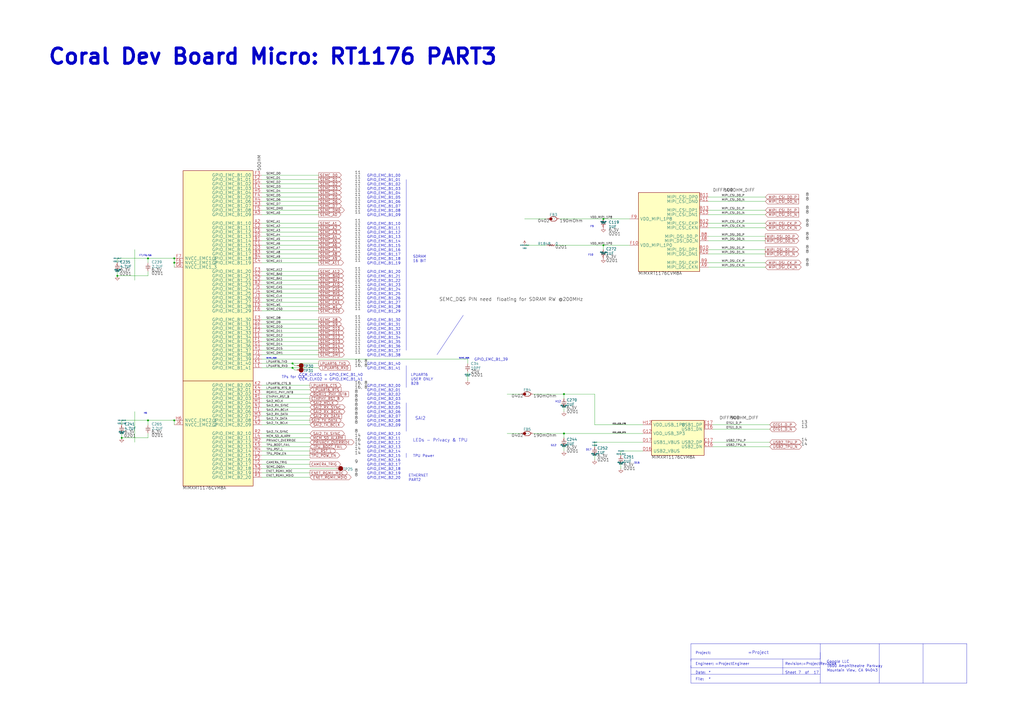
<source format=kicad_sch>
(kicad_sch (version 20230121) (generator eeschema)
  (paper "A2")
  (title_block (title "07 MIMXRT1170 PART3-SchDoc") (date "31 01 2024"))
  (junction (at 169.672 213.36))
  (junction (at 327.152 228.6))
  (junction (at 68.072 160.02))
  (junction (at 101.092 243.84))
  (junction (at 350.012 127))
  (junction (at 350.012 142.24))
  (junction (at 327.152 251.46))
  (junction (at 101.092 152.4))
  (junction (at 70.612 254))
  (junction (at 169.672 210.82))
  (junction (at 101.092 149.86))
  (junction (at 85.852 243.84))
  (junction (at 85.852 149.86))
  (wire (pts (xy 68.072 149.86) (xy 68.072 152.4)))
  (polyline (pts (xy 235.712 203.2) (xy 235.712 104.14)))
  (polyline (pts (xy 475.742 382.27) (xy 400.812 382.27)))
  (wire (pts (xy 271.272 215.9) (xy 271.272 220.726)))
  (wire (pts (xy 410.972 137.16) (xy 443.992 137.16)))
  (wire (pts (xy 151.892 162.56) (xy 184.912 162.56)))
  (polyline (pts (xy 235.712 224.79) (xy 235.712 212.09)))
  (wire (pts (xy 101.092 243.84) (xy 85.852 243.84)))
  (wire (pts (xy 78.232 144.78) (xy 78.232 162.56)))
  (wire (pts (xy 151.892 210.82) (xy 169.672 210.82)))
  (polyline (pts (xy 400.812 391.16) (xy 475.742 391.16)))
  (wire (pts (xy 179.832 266.7) (xy 151.892 266.7)))
  (wire (pts (xy 101.092 154.94) (xy 101.092 152.4)))
  (wire (pts (xy 350.012 127) (xy 324.612 127)))
  (wire (pts (xy 410.972 132.08) (xy 443.992 132.08)))
  (wire (pts (xy 179.832 254) (xy 151.892 254)))
  (wire (pts (xy 151.892 144.78) (xy 184.912 144.78)))
  (wire (pts (xy 169.672 210.82) (xy 184.912 210.82)))
  (wire (pts (xy 68.072 160.02) (xy 85.852 160.02)))
  (wire (pts (xy 70.612 254) (xy 85.852 254)))
  (wire (pts (xy 151.892 213.36) (xy 169.672 213.36)))
  (wire (pts (xy 151.892 104.14) (xy 184.912 104.14)))
  (wire (pts (xy 151.892 160.02) (xy 184.912 160.02)))
  (polyline (pts (xy 475.742 391.16) (xy 475.742 387.35)))
  (wire (pts (xy 169.672 213.36) (xy 170.942 214.63)))
  (wire (pts (xy 179.832 238.76) (xy 151.892 238.76)))
  (wire (pts (xy 179.832 251.46) (xy 151.892 251.46)))
  (wire (pts (xy 151.892 157.48) (xy 184.912 157.48)))
  (wire (pts (xy 294.132 251.46) (xy 301.752 251.46)))
  (wire (pts (xy 68.072 157.48) (xy 68.072 160.02)))
  (wire (pts (xy 151.892 203.2) (xy 184.912 203.2)))
  (wire (pts (xy 151.892 205.74) (xy 184.912 205.74)))
  (wire (pts (xy 151.892 106.68) (xy 184.912 106.68)))
  (polyline (pts (xy 400.812 396.24) (xy 400.812 373.38)))
  (wire (pts (xy 151.892 180.34) (xy 184.912 180.34)))
  (wire (pts (xy 410.972 154.94) (xy 443.992 154.94)))
  (wire (pts (xy 151.892 137.16) (xy 184.912 137.16)))
  (wire (pts (xy 151.892 190.5) (xy 184.912 190.5)))
  (polyline (pts (xy 454.152 391.16) (xy 454.152 382.27)))
  (wire (pts (xy 151.892 101.6) (xy 184.912 101.6)))
  (wire (pts (xy 151.892 116.84) (xy 184.912 116.84)))
  (wire (pts (xy 327.152 228.6) (xy 309.372 228.6)))
  (wire (pts (xy 413.512 246.38) (xy 446.532 246.38)))
  (wire (pts (xy 179.832 264.16) (xy 151.892 264.16)))
  (wire (pts (xy 151.892 200.66) (xy 184.912 200.66)))
  (polyline (pts (xy 560.832 396.24) (xy 560.832 373.38)))
  (wire (pts (xy 151.892 132.08) (xy 184.912 132.08)))
  (wire (pts (xy 372.872 256.54) (xy 344.932 256.54)))
  (wire (pts (xy 151.892 193.04) (xy 184.912 193.04)))
  (wire (pts (xy 344.932 228.6) (xy 327.152 228.6)))
  (wire (pts (xy 151.892 124.46) (xy 184.912 124.46)))
  (polyline (pts (xy 475.742 396.24) (xy 475.742 391.16)))
  (wire (pts (xy 179.832 233.68) (xy 151.892 233.68)))
  (wire (pts (xy 101.092 149.86) (xy 85.852 149.86)))
  (wire (pts (xy 365.252 127) (xy 350.012 127)))
  (wire (pts (xy 410.972 152.4) (xy 443.992 152.4)))
  (wire (pts (xy 151.892 152.4) (xy 184.912 152.4)))
  (wire (pts (xy 344.932 246.38) (xy 344.932 228.6)))
  (polyline (pts (xy 400.812 387.35) (xy 400.812 386.08)))
  (wire (pts (xy 410.972 144.78) (xy 443.992 144.78)))
  (wire (pts (xy 170.942 214.63) (xy 172.212 214.63)))
  (polyline (pts (xy 400.812 382.27) (xy 400.812 383.54)))
  (wire (pts (xy 360.172 261.62) (xy 360.172 264.16)))
  (polyline (pts (xy 510.032 396.24) (xy 510.032 373.38)))
  (wire (pts (xy 151.892 208.28) (xy 271.272 208.28)))
  (polyline (pts (xy 475.742 378.46) (xy 475.742 387.35)))
  (wire (pts (xy 151.892 149.86) (xy 184.912 149.86)))
  (polyline (pts (xy 235.712 265.43) (xy 235.712 262.89)))
  (polyline (pts (xy 475.742 387.35) (xy 400.812 387.35)))
  (wire (pts (xy 360.172 269.24) (xy 360.172 271.78)))
  (wire (pts (xy 410.972 147.32) (xy 443.992 147.32)))
  (wire (pts (xy 327.152 259.08) (xy 327.152 261.62)))
  (wire (pts (xy 151.892 276.86) (xy 179.832 276.86)))
  (wire (pts (xy 410.972 121.92) (xy 443.992 121.92)))
  (polyline (pts (xy 235.712 250.19) (xy 235.712 233.68)))
  (wire (pts (xy 151.892 187.96) (xy 184.912 187.96)))
  (wire (pts (xy 410.972 116.84) (xy 443.992 116.84)))
  (wire (pts (xy 151.892 111.76) (xy 184.912 111.76)))
  (wire (pts (xy 179.832 241.3) (xy 151.892 241.3)))
  (wire (pts (xy 350.012 144.78) (xy 350.012 142.24)))
  (wire (pts (xy 316.992 127) (xy 304.292 127)))
  (wire (pts (xy 350.012 142.24) (xy 322.072 142.24)))
  (wire (pts (xy 327.152 251.46) (xy 327.152 254)))
  (wire (pts (xy 413.512 248.92) (xy 446.532 248.92)))
  (wire (pts (xy 85.852 149.86) (xy 68.072 149.86)))
  (wire (pts (xy 179.832 269.24) (xy 151.892 269.24)))
  (wire (pts (xy 413.512 259.08) (xy 446.532 259.08)))
  (wire (pts (xy 151.892 147.32) (xy 184.912 147.32)))
  (wire (pts (xy 410.972 139.7) (xy 443.992 139.7)))
  (wire (pts (xy 151.892 109.22) (xy 184.912 109.22)))
  (wire (pts (xy 301.752 228.6) (xy 294.132 228.6)))
  (wire (pts (xy 327.152 236.22) (xy 327.152 238.76)))
  (wire (pts (xy 169.672 213.36) (xy 184.912 213.36)))
  (wire (pts (xy 410.972 129.54) (xy 443.992 129.54)))
  (wire (pts (xy 151.892 198.12) (xy 184.912 198.12)))
  (wire (pts (xy 151.892 185.42) (xy 184.912 185.42)))
  (wire (pts (xy 179.832 243.84) (xy 151.892 243.84)))
  (wire (pts (xy 85.852 243.84) (xy 85.852 246.38)))
  (wire (pts (xy 170.942 212.09) (xy 172.212 212.09)))
  (polyline (pts (xy 268.732 182.88) (xy 253.492 205.74)))
  (wire (pts (xy 151.892 271.78) (xy 195.072 271.78)))
  (wire (pts (xy 271.272 208.28) (xy 271.272 210.82)))
  (wire (pts (xy 151.892 195.58) (xy 184.912 195.58)))
  (wire (pts (xy 151.892 114.3) (xy 184.912 114.3)))
  (wire (pts (xy 151.892 226.06) (xy 179.832 226.06)))
  (wire (pts (xy 101.092 246.38) (xy 101.092 243.84)))
  (wire (pts (xy 169.672 210.82) (xy 170.942 212.09)))
  (wire (pts (xy 372.872 261.62) (xy 360.172 261.62)))
  (wire (pts (xy 151.892 175.26) (xy 184.912 175.26)))
  (wire (pts (xy 316.992 142.24) (xy 304.292 142.24)))
  (wire (pts (xy 372.872 251.46) (xy 327.152 251.46)))
  (wire (pts (xy 151.892 274.32) (xy 179.832 274.32)))
  (wire (pts (xy 70.612 243.84) (xy 70.612 246.38)))
  (wire (pts (xy 410.972 114.3) (xy 443.992 114.3)))
  (wire (pts (xy 179.832 236.22) (xy 151.892 236.22)))
  (wire (pts (xy 151.892 165.1) (xy 184.912 165.1)))
  (wire (pts (xy 151.892 119.38) (xy 184.912 119.38)))
  (wire (pts (xy 101.092 152.4) (xy 101.092 149.86)))
  (wire (pts (xy 344.932 264.16) (xy 344.932 266.7)))
  (wire (pts (xy 78.232 238.76) (xy 78.232 256.54)))
  (wire (pts (xy 151.892 177.8) (xy 184.912 177.8)))
  (wire (pts (xy 365.252 142.24) (xy 350.012 142.24)))
  (wire (pts (xy 70.612 251.46) (xy 70.612 254)))
  (wire (pts (xy 410.972 124.46) (xy 443.992 124.46)))
  (wire (pts (xy 151.892 134.62) (xy 184.912 134.62)))
  (wire (pts (xy 151.892 172.72) (xy 184.912 172.72)))
  (wire (pts (xy 151.892 129.54) (xy 184.912 129.54)))
  (wire (pts (xy 179.832 228.6) (xy 151.892 228.6)))
  (polyline (pts (xy 400.812 396.24) (xy 560.832 396.24)))
  (wire (pts (xy 179.832 231.14) (xy 151.892 231.14)))
  (wire (pts (xy 151.892 223.52) (xy 179.832 223.52)))
  (wire (pts (xy 179.832 259.08) (xy 151.892 259.08)))
  (wire (pts (xy 344.932 256.54) (xy 344.932 259.08)))
  (wire (pts (xy 372.872 246.38) (xy 344.932 246.38)))
  (wire (pts (xy 327.152 251.46) (xy 309.372 251.46)))
  (wire (pts (xy 151.892 139.7) (xy 184.912 139.7)))
  (wire (pts (xy 151.892 142.24) (xy 184.912 142.24)))
  (polyline (pts (xy 475.742 373.38) (xy 475.742 382.27)))
  (wire (pts (xy 151.892 167.64) (xy 184.912 167.64)))
  (wire (pts (xy 179.832 246.38) (xy 151.892 246.38)))
  (wire (pts (xy 85.852 243.84) (xy 70.612 243.84)))
  (wire (pts (xy 151.892 121.92) (xy 184.912 121.92)))
  (wire (pts (xy 85.852 149.86) (xy 85.852 152.4)))
  (polyline (pts (xy 400.812 373.38) (xy 560.832 373.38)))
  (wire (pts (xy 85.852 160.02) (xy 85.852 157.48)))
  (wire (pts (xy 413.512 256.54) (xy 446.532 256.54)))
  (wire (pts (xy 85.852 254) (xy 85.852 251.46)))
  (wire (pts (xy 327.152 228.6) (xy 327.152 231.14)))
  (wire (pts (xy 179.832 261.62) (xy 151.892 261.62)))
  (wire (pts (xy 151.892 170.18) (xy 184.912 170.18)))
  (wire (pts (xy 179.832 256.54) (xy 151.892 256.54)))
  (polyline (pts (xy 535.432 396.24) (xy 535.432 373.38)))
  (text "GPIO_EMC_B2_19" (at 212.852 275.59 0) (effects (font (size 1.524 1.524)) (justify left bottom)))
  (text "GPIO_EMC_B1_01" (at 212.852 105.41 0) (effects (font (size 1.524 1.524)) (justify left bottom)))
  (text "GPIO_EMC_B2_16" (at 212.852 267.97 0) (effects (font (size 1.524 1.524)) (justify left bottom)))
  (text "GPIO_EMC_B2_13" (at 212.852 260.35 0) (effects (font (size 1.524 1.524)) (justify left bottom)))
  (text "GPIO_EMC_B1_17" (at 212.852 148.59 0) (effects (font (size 1.524 1.524)) (justify left bottom)))
  (text "GPIO_EMC_B2_14" (at 212.852 262.89 0) (effects (font (size 1.524 1.524)) (justify left bottom)))
  (text "GPIO_EMC_B1_18" (at 212.852 151.13 0) (effects (font (size 1.524 1.524)) (justify left bottom)))
  (text "=ProjectRevision" (at 465.582 386.08 0) (effects (font (size 1.524 1.524)) (justify left bottom)))
  (text "*" (at 410.972 394.97 0) (effects (font (size 1.524 1.524)) (justify left bottom)))
  (text "GPIO_EMC_B1_08" (at 212.852 123.19 0) (effects (font (size 1.524 1.524)) (justify left bottom)))
  (text "GPIO_EMC_B1_16" (at 212.852 146.05 0) (effects (font (size 1.524 1.524)) (justify left bottom)))
  (text "B2B" (at 238.252 223.52 0) (effects (font (size 1.524 1.524)) (justify left bottom)))
  (text "LEDs - Privacy & TPU" (at 239.522 256.54 0) (effects (font (size 1.8288 1.8288)) (justify left bottom)))
  (text "GPIO_EMC_B1_20" (at 212.852 158.75 0) (effects (font (size 1.524 1.524)) (justify left bottom)))
  (text "GPIO_EMC_B1_36" (at 212.852 201.93 0) (effects (font (size 1.524 1.524)) (justify left bottom)))
  (text "GPIO_EMC_B1_38" (at 212.852 207.01 0) (effects (font (size 1.524 1.524)) (justify left bottom)))
  (text "GPIO_EMC_B1_14" (at 212.852 140.97 0) (effects (font (size 1.524 1.524)) (justify left bottom)))
  (text "GPIO_EMC_B1_21" (at 212.852 161.29 0) (effects (font (size 1.524 1.524)) (justify left bottom)))
  (text "GPIO_EMC_B2_05" (at 212.852 237.49 0) (effects (font (size 1.524 1.524)) (justify left bottom)))
  (text "GPIO_EMC_B1_35" (at 212.852 199.39 0) (effects (font (size 1.524 1.524)) (justify left bottom)))
  (text "1600 Amphitheatre Parkway" (at 479.552 387.35 0) (effects (font (size 1.524 1.524)) (justify left bottom)))
  (text "GPIO_EMC_B2_00" (at 212.852 224.79 0) (effects (font (size 1.524 1.524)) (justify left bottom)))
  (text "GPIO_EMC_B2_17" (at 212.852 270.51 0) (effects (font (size 1.524 1.524)) (justify left bottom)))
  (text "GPIO_EMC_B1_39" (at 275.082 209.55 0) (effects (font (size 1.524 1.524)) (justify left bottom)))
  (text "GPIO_EMC_B1_34" (at 212.852 196.85 0) (effects (font (size 1.524 1.524)) (justify left bottom)))
  (text "GPIO_EMC_B2_20" (at 212.852 278.13 0) (effects (font (size 1.524 1.524)) (justify left bottom)))
  (text "Revision:" (at 455.422 386.08 0) (effects (font (size 1.524 1.524)) (justify left bottom)))
  (text "D16" (at 367.792 269.24 0) (effects (font (size 1.0668 1.0668)) (justify left bottom)))
  (text "GPIO_EMC_B1_10" (at 212.852 130.81 0) (effects (font (size 1.524 1.524)) (justify left bottom)))
  (text "GPIO_EMC_B1_23" (at 212.852 166.37 0) (effects (font (size 1.524 1.524)) (justify left bottom)))
  (text "16 BIT" (at 239.522 152.4 0) (effects (font (size 1.524 1.524)) (justify left bottom)))
  (text "CCM_CLKO2 = GPIO_EMC_B1_41" (at 173.482 220.98 0) (effects (font (size 1.524 1.524)) (justify left bottom)))
  (text "GPIO_EMC_B2_04" (at 212.852 234.95 0) (effects (font (size 1.524 1.524)) (justify left bottom)))
  (text "Date:" (at 403.352 391.16 0) (effects (font (size 1.524 1.524)) (justify left bottom)))
  (text "SAI2" (at 240.792 243.84 0) (effects (font (size 1.8288 1.8288)) (justify left bottom)))
  (text "GPIO_EMC_B2_18" (at 212.852 273.05 0) (effects (font (size 1.524 1.524)) (justify left bottom)))
  (text "GPIO_EMC_B1_03" (at 212.852 110.49 0) (effects (font (size 1.524 1.524)) (justify left bottom)))
  (text "17" (at 471.932 391.16 0) (effects (font (size 1.524 1.524)) (justify left bottom)))
  (text "GPIO_EMC_B1_24" (at 212.852 168.91 0) (effects (font (size 1.524 1.524)) (justify left bottom)))
  (text "GPIO_EMC_B1_05" (at 212.852 115.57 0) (effects (font (size 1.524 1.524)) (justify left bottom)))
  (text "GPIO_EMC_B1_06" (at 212.852 118.11 0) (effects (font (size 1.524 1.524)) (justify left bottom)))
  (text "SEMC_DQS" (at 154.432 208.28 0) (effects (font (size 0.762 0.762)) (justify left bottom)))
  (text "Google LLC" (at 479.552 384.81 0) (effects (font (size 1.524 1.524)) (justify left bottom)))
  (text "H6" (at 83.312 240.284 0) (effects (font (size 0.9144 0.9144)) (justify left bottom)))
  (text "GPIO_EMC_B1_12" (at 212.852 135.89 0) (effects (font (size 1.524 1.524)) (justify left bottom)))
  (text "GPIO_EMC_B2_11" (at 212.852 255.27 0) (effects (font (size 1.524 1.524)) (justify left bottom)))
  (text "Project:" (at 403.352 379.73 0) (effects (font (size 1.524 1.524)) (justify left bottom)))
  (text "ETHERNET" (at 236.982 276.86 0) (effects (font (size 1.524 1.524)) (justify left bottom)))
  (text "GPIO_EMC_B2_06" (at 212.852 240.03 0) (effects (font (size 1.524 1.524)) (justify left bottom)))
  (text "GPIO_EMC_B2_03" (at 212.852 232.41 0) (effects (font (size 1.524 1.524)) (justify left bottom)))
  (text "GPIO_EMC_B1_13" (at 212.852 138.43 0) (effects (font (size 1.524 1.524)) (justify left bottom)))
  (text "GPIO_EMC_B1_07" (at 212.852 120.65 0) (effects (font (size 1.524 1.524)) (justify left bottom)))
  (text "SEMC_DQS" (at 266.192 208.28 0) (effects (font (size 0.762 0.762)) (justify left bottom)))
  (text "H12" (at 322.072 233.68 0) (effects (font (size 1.0668 1.0668)) (justify left bottom)))
  (text "GPIO_EMC_B1_27" (at 212.852 176.53 0) (effects (font (size 1.524 1.524)) (justify left bottom)))
  (text "SDRAM" (at 239.522 149.86 0) (effects (font (size 1.524 1.524)) (justify left bottom)))
  (text "F7/F6/G6" (at 80.772 148.844 0) (effects (font (size 0.9144 0.9144)) (justify left bottom)))
  (text "GPIO_EMC_B1_31" (at 212.852 189.23 0) (effects (font (size 1.524 1.524)) (justify left bottom)))
  (text "Engineer:" (at 403.352 386.08 0) (effects (font (size 1.524 1.524)) (justify left bottom)))
  (text "GPIO_EMC_B2_15" (at 212.852 265.43 0) (effects (font (size 1.524 1.524)) (justify left bottom)))
  (text "GPIO_EMC_B2_02" (at 212.852 229.87 0) (effects (font (size 1.524 1.524)) (justify left bottom)))
  (text "GPIO_EMC_B2_10" (at 212.852 252.73 0) (effects (font (size 1.524 1.524)) (justify left bottom)))
  (text "TPs for CLK" (at 163.322 219.71 0) (effects (font (size 1.524 1.524)) (justify left bottom)))
  (text "D17" (at 339.852 261.62 0) (effects (font (size 1.0668 1.0668)) (justify left bottom)))
  (text "GPIO_EMC_B1_32" (at 212.852 191.77 0) (effects (font (size 1.524 1.524)) (justify left bottom)))
  (text "GPIO_EMC_B1_26" (at 212.852 173.99 0) (effects (font (size 1.524 1.524)) (justify left bottom)))
  (text "LPUART6" (at 238.252 218.44 0) (effects (font (size 1.524 1.524)) (justify left bottom)))
  (text "GPIO_EMC_B1_25" (at 212.852 171.45 0) (effects (font (size 1.524 1.524)) (justify left bottom)))
  (text "GPIO_EMC_B1_04" (at 212.852 113.03 0) (effects (font (size 1.524 1.524)) (justify left bottom)))
  (text "G12" (at 319.532 259.08 0) (effects (font (size 1.0668 1.0668)) (justify left bottom)))
  (text "*" (at 410.972 391.16 0) (effects (font (size 1.524 1.524)) (justify left bottom)))
  (text "TPU Power" (at 239.522 265.43 0) (effects (font (size 1.524 1.524)) (justify left bottom)))
  (text "GPIO_EMC_B1_33" (at 212.852 194.31 0) (effects (font (size 1.524 1.524)) (justify left bottom)))
  (text "GPIO_EMC_B1_19" (at 212.852 153.67 0) (effects (font (size 1.524 1.524)) (justify left bottom)))
  (text "F10" (at 341.122 148.59 0) (effects (font (size 1.0668 1.0668)) (justify left bottom)))
  (text "Mountain View, CA 94043" (at 479.552 389.89 0) (effects (font (size 1.524 1.524)) (justify left bottom)))
  (text "GPIO_EMC_B2_07" (at 212.852 242.57 0) (effects (font (size 1.524 1.524)) (justify left bottom)))
  (text "=ProjectEngineer" (at 414.782 386.08 0) (effects (font (size 1.524 1.524)) (justify left bottom)))
  (text "GPIO_EMC_B1_11" (at 212.852 133.35 0) (effects (font (size 1.524 1.524)) (justify left bottom)))
  (text "GPIO_EMC_B2_12" (at 212.852 257.81 0) (effects (font (size 1.524 1.524)) (justify left bottom)))
  (text "CCM_CLKO1 = GPIO_EMC_B1_40" (at 173.482 218.44 0) (effects (font (size 1.524 1.524)) (justify left bottom)))
  (text "GPIO_EMC_B1_37" (at 212.852 204.47 0) (effects (font (size 1.524 1.524)) (justify left bottom)))
  (text "GPIO_EMC_B1_28" (at 212.852 179.07 0) (effects (font (size 1.524 1.524)) (justify left bottom)))
  (text "GPIO_EMC_B1_02" (at 212.852 107.95 0) (effects (font (size 1.524 1.524)) (justify left bottom)))
  (text "GPIO_EMC_B1_30" (at 212.852 186.69 0) (effects (font (size 1.524 1.524)) (justify left bottom)))
  (text "GPIO_EMC_B2_08" (at 212.852 245.11 0) (effects (font (size 1.524 1.524)) (justify left bottom)))
  (text "GPIO_EMC_B1_09" (at 212.852 125.73 0) (effects (font (size 1.524 1.524)) (justify left bottom)))
  (text "GPIO_EMC_B1_29" (at 212.852 181.61 0) (effects (font (size 1.524 1.524)) (justify left bottom)))
  (text "GPIO_EMC_B1_15" (at 212.852 143.51 0) (effects (font (size 1.524 1.524)) (justify left bottom)))
  (text "File:" (at 403.352 394.97 0) (effects (font (size 1.524 1.524)) (justify left bottom)))
  (text "USER ONLY" (at 238.252 220.98 0) (effects (font (size 1.524 1.524)) (justify left bottom)))
  (text "GPIO_EMC_B2_01" (at 212.852 227.33 0) (effects (font (size 1.524 1.524)) (justify left bottom)))
  (text "GPIO_EMC_B1_41" (at 212.852 214.63 0) (effects (font (size 1.524 1.524)) (justify left bottom)))
  (text "of" (at 466.852 391.16 0) (effects (font (size 1.524 1.524)) (justify left bottom)))
  (text "GPIO_EMC_B1_00" (at 212.852 102.87 0) (effects (font (size 1.524 1.524)) (justify left bottom)))
  (text "Sheet" (at 455.422 391.16 0) (effects (font (size 1.524 1.524)) (justify left bottom)))
  (text "GPIO_EMC_B2_09" (at 212.852 247.65 0) (effects (font (size 1.524 1.524)) (justify left bottom)))
  (text "7" (at 463.042 391.16 0) (effects (font (size 1.524 1.524)) (justify left bottom)))
  (text "GPIO_EMC_B1_40" (at 212.852 212.09 0) (effects (font (size 1.524 1.524)) (justify left bottom)))
  (text "F9" (at 342.392 132.08 0) (effects (font (size 1.0668 1.0668)) (justify left bottom)))
  (text "Coral Dev Board Micro: RT1176 PART3" (at 27.432 38.1 0) (effects (font (size 8.8392 8.8392) (thickness 1.7678) bold) (justify left bottom)))
  (text "PART2" (at 236.982 279.4 0) (effects (font (size 1.524 1.524)) (justify left bottom)))
  (text "=Project" (at 433.832 379.73 0) (effects (font (size 1.8288 1.8288)) (justify left bottom)))
  (text "GPIO_EMC_B1_22" (at 212.852 163.83 0) (effects (font (size 1.524 1.524)) (justify left bottom)))
  (label "SEMC_BA1" (at 154.432 162.56 0) (effects (font (size 1.2192 1.2192))))
  (label "SAI2_TX_BCLK" (at 154.432 246.38 0) (effects (font (size 1.2192 1.2192))))
  (label "0402" (at 296.672 231.14 0) (effects (font (size 1.778 1.778))))
  (label "8" (at 467.36 114.3 0) (effects (font (size 1.778 1.778))))
  (label "DIFFPAIR" (at 413.512 111.76 0) (effects (font (size 1.778 1.778))))
  (label "11" (at 205.74 195.58 0) (effects (font (size 1.778 1.778))))
  (label "16, 8" (at 205.74 226.06 0) (effects (font (size 1.778 1.778))))
  (label "11" (at 205.74 185.42 0) (effects (font (size 1.778 1.778))))
  (label "0201" (at 328.676 240.284 0) (effects (font (size 1.778 1.778))))
  (label "SEMC_CKE" (at 154.432 175.26 0) (effects (font (size 1.2192 1.2192))))
  (label "11" (at 205.74 119.38 0) (effects (font (size 1.778 1.778))))
  (label "0402" (at 311.912 129.54 0) (effects (font (size 1.778 1.778))))
  (label "ENET_RGMII_MDC" (at 154.432 274.32 0) (effects (font (size 1.2192 1.2192))))
  (label "SEMC_D9" (at 154.432 187.96 0) (effects (font (size 1.2192 1.2192))))
  (label "SEMC_D3" (at 154.432 109.22 0) (effects (font (size 1.2192 1.2192))))
  (label "190mOhm" (at 309.372 231.14 0) (effects (font (size 1.778 1.778))))
  (label "6.3V" (at 328.676 237.998 0) (effects (font (size 1.778 1.778))))
  (label "11" (at 205.74 180.34 0) (effects (font (size 1.778 1.778))))
  (label "SEMC_D12" (at 154.432 195.58 0) (effects (font (size 1.2192 1.2192))))
  (label "8" (at 467.36 152.4 0) (effects (font (size 1.778 1.778))))
  (label "14" (at 464.82 259.08 0) (effects (font (size 1.778 1.778))))
  (label "LPUART6_CTS_B" (at 154.432 223.52 0) (effects (font (size 1.2192 1.2192))))
  (label "50OHM" (at 151.892 99.06 90) (effects (font (size 1.778 1.778))))
  (label "SEMC_D10" (at 154.432 190.5 0) (effects (font (size 1.2192 1.2192))))
  (label "SAI2_TX_DATA" (at 154.432 243.84 0) (effects (font (size 1.2192 1.2192))))
  (label "SEMC_DM1" (at 154.432 205.74 0) (effects (font (size 1.2192 1.2192))))
  (label "6.3V" (at 346.456 265.938 0) (effects (font (size 1.778 1.778))))
  (label "11" (at 205.74 165.1 0) (effects (font (size 1.778 1.778))))
  (label "11" (at 205.74 137.16 0) (effects (font (size 1.778 1.778))))
  (label "MCM_SD_ALARM" (at 154.432 254 0) (effects (font (size 1.2192 1.2192))))
  (label "MIPI_CSI_CK_N" (at 418.592 132.08 0) (effects (font (size 1.2192 1.2192))))
  (label "6.3V" (at 353.06 134.874 0) (effects (font (size 1.778 1.778))))
  (label "9" (at 205.74 269.24 0) (effects (font (size 1.778 1.778))))
  (label "11" (at 205.74 177.8 0) (effects (font (size 1.778 1.778))))
  (label "OTG1_D_P" (at 421.132 246.38 0) (effects (font (size 1.2192 1.2192))))
  (label "0201" (at 71.882 254.254 0) (effects (font (size 1.778 1.778))))
  (label "11" (at 205.74 147.32 0) (effects (font (size 1.778 1.778))))
  (label "0201" (at 328.676 263.144 0) (effects (font (size 1.778 1.778))))
  (label "SAI2_RX_BCLK" (at 154.432 238.76 0) (effects (font (size 1.2192 1.2192))))
  (label "8" (at 467.36 132.08 0) (effects (font (size 1.778 1.778))))
  (label "11" (at 205.74 175.26 0) (effects (font (size 1.778 1.778))))
  (label "11" (at 205.74 142.24 0) (effects (font (size 1.778 1.778))))
  (label "0402" (at 296.672 254 0) (effects (font (size 1.778 1.778))))
  (label "VDD_MIPI_1P8" (at 342.392 127 0) (effects (font (size 1.2192 1.2192))))
  (label "11" (at 205.74 111.76 0) (effects (font (size 1.778 1.778))))
  (label "11" (at 205.74 167.64 0) (effects (font (size 1.778 1.778))))
  (label "90OHM_DIFF" (at 423.672 243.84 0) (effects (font (size 1.778 1.778))))
  (label "8" (at 205.74 241.3 0) (effects (font (size 1.778 1.778))))
  (label "8" (at 205.74 246.38 0) (effects (font (size 1.778 1.778))))
  (label "6.3V" (at 72.136 251.968 0) (effects (font (size 1.778 1.778))))
  (label "14" (at 205.74 261.62 0) (effects (font (size 1.778 1.778))))
  (label "OTG1_D_N" (at 421.132 248.92 0) (effects (font (size 1.2192 1.2192))))
  (label "6.3V" (at 351.536 150.368 0) (effects (font (size 1.778 1.778))))
  (label "SEMC_RAS" (at 154.432 170.18 0) (effects (font (size 1.2192 1.2192))))
  (label "SEMC_WE" (at 154.432 177.8 0) (effects (font (size 1.2192 1.2192))))
  (label "SEMC_D7" (at 154.432 119.38 0) (effects (font (size 1.2192 1.2192))))
  (label "ETHPHY_RST_B" (at 154.432 231.14 0) (effects (font (size 1.2192 1.2192))))
  (label "8" (at 205.74 276.86 0) (effects (font (size 1.778 1.778))))
  (label "SEMC_D6" (at 154.432 116.84 0) (effects (font (size 1.2192 1.2192))))
  (label "TPU_RST_L" (at 154.432 261.62 0) (effects (font (size 1.2192 1.2192))))
  (label "0201" (at 346.456 268.224 0) (effects (font (size 1.778 1.778))))
  (label "11" (at 205.74 193.04 0) (effects (font (size 1.778 1.778))))
  (label "TPU_POW_EN" (at 154.432 264.16 0) (effects (font (size 1.2192 1.2192))))
  (label "MIMXRT1176CVM8A" (at 105.918 284.48 0) (effects (font (size 1.778 1.778))))
  (label "16, 8" (at 205.74 213.36 0) (effects (font (size 1.778 1.778))))
  (label "11" (at 205.74 198.12 0) (effects (font (size 1.778 1.778))))
  (label "MIPI_CSI_D0_N" (at 418.592 116.84 0) (effects (font (size 1.2192 1.2192))))
  (label "MIPI_CSI_D0_P" (at 418.592 114.3 0) (effects (font (size 1.2192 1.2192))))
  (label "11" (at 205.74 106.68 0) (effects (font (size 1.778 1.778))))
  (label "TPU_BOOT_FAIL" (at 154.432 259.08 0) (effects (font (size 1.2192 1.2192))))
  (label "25V" (at 273.05 216.916 0) (effects (font (size 1.778 1.778))))
  (label "MIPI_DSI_CK_P" (at 418.592 152.4 0) (effects (font (size 1.2192 1.2192))))
  (label "SEMC_D1" (at 154.432 104.14 0) (effects (font (size 1.2192 1.2192))))
  (label "SEMC_A7" (at 154.432 144.78 0) (effects (font (size 1.2192 1.2192))))
  (label "MIPI_CSI_CK_P" (at 418.592 129.54 0) (effects (font (size 1.2192 1.2192))))
  (label "8" (at 467.36 121.92 0) (effects (font (size 1.778 1.778))))
  (label "SEMC_D5" (at 154.432 114.3 0) (effects (font (size 1.2192 1.2192))))
  (label "0201" (at 353.06 137.16 0) (effects (font (size 1.778 1.778))))
  (label "6.3V" (at 328.676 260.858 0) (effects (font (size 1.778 1.778))))
  (label "MIPI_DSI_D1_P" (at 418.592 144.78 0) (effects (font (size 1.2192 1.2192))))
  (label "14" (at 464.82 256.54 0) (effects (font (size 1.778 1.778))))
  (label "14" (at 205.74 264.16 0) (effects (font (size 1.778 1.778))))
  (label "8" (at 467.36 116.84 0) (effects (font (size 1.778 1.778))))
  (label "11" (at 205.74 101.6 0) (effects (font (size 1.778 1.778))))
  (label "0201" (at 87.884 254 0) (effects (font (size 1.778 1.778))))
  (label "13" (at 464.82 246.38 0) (effects (font (size 1.778 1.778))))
  (label "SEMC_D15" (at 154.432 203.2 0) (effects (font (size 1.2192 1.2192))))
  (label "SEMC_A12" (at 154.432 157.48 0) (effects (font (size 1.2192 1.2192))))
  (label "MIPI_CSI_D1_N" (at 418.592 124.46 0) (effects (font (size 1.2192 1.2192))))
  (label "0201" (at 69.342 160.274 0) (effects (font (size 1.778 1.778))))
  (label "8" (at 467.36 154.94 0) (effects (font (size 1.778 1.778))))
  (label "MIPI_DSI_CK_N" (at 418.592 154.94 0) (effects (font (size 1.2192 1.2192))))
  (label "13" (at 464.82 248.92 0) (effects (font (size 1.778 1.778))))
  (label "11" (at 205.74 157.48 0) (effects (font (size 1.778 1.778))))
  (label "PRIVACY_OVERRIDE" (at 154.432 256.54 0) (effects (font (size 1.2192 1.2192))))
  (label "SAI2_TX_SYNC" (at 154.432 251.46 0) (effects (font (size 1.2192 1.2192))))
  (label "MIPI_DSI_D0_N" (at 418.592 139.7 0) (effects (font (size 1.2192 1.2192))))
  (label "11" (at 205.74 172.72 0) (effects (font (size 1.778 1.778))))
  (label "11" (at 205.74 203.2 0) (effects (font (size 1.778 1.778))))
  (label "SEMC_D2" (at 154.432 106.68 0) (effects (font (size 1.2192 1.2192))))
  (label "8" (at 205.74 228.6 0) (effects (font (size 1.778 1.778))))
  (label "11" (at 205.74 190.5 0) (effects (font (size 1.778 1.778))))
  (label "USB2_TPU_N" (at 421.132 259.08 0) (effects (font (size 1.2192 1.2192))))
  (label "11" (at 205.74 152.4 0) (effects (font (size 1.778 1.778))))
  (label "8" (at 205.74 233.68 0) (effects (font (size 1.778 1.778))))
  (label "8" (at 467.36 137.16 0) (effects (font (size 1.778 1.778))))
  (label "SEMC_D11" (at 154.432 193.04 0) (effects (font (size 1.2192 1.2192))))
  (label "MIPI_CSI_D1_P" (at 418.592 121.92 0) (effects (font (size 1.2192 1.2192))))
  (label "SEMC_A8" (at 154.432 147.32 0) (effects (font (size 1.2192 1.2192))))
  (label "SEMC_A4" (at 154.432 137.16 0) (effects (font (size 1.2192 1.2192))))
  (label "11" (at 205.74 124.46 0) (effects (font (size 1.778 1.778))))
  (label "MIPI_DSI_D1_N" (at 418.592 147.32 0) (effects (font (size 1.2192 1.2192))))
  (label "16, 8" (at 205.74 210.82 0) (effects (font (size 1.778 1.778))))
  (label "SEMC_D0" (at 154.432 101.6 0) (effects (font (size 1.2192 1.2192))))
  (label "LPUART6_TXD" (at 154.432 210.82 0) (effects (font (size 1.2192 1.2192))))
  (label "DIFFPAIR" (at 417.322 243.84 0) (effects (font (size 1.778 1.778))))
  (label "SEMC_D13" (at 154.432 198.12 0) (effects (font (size 1.2192 1.2192))))
  (label "8" (at 467.36 124.46 0) (effects (font (size 1.778 1.778))))
  (label "11" (at 205.74 134.62 0) (effects (font (size 1.778 1.778))))
  (label "VDD_USB_3P3" (at 355.092 251.46 0) (effects (font (size 0.762 0.762))))
  (label "6.3V" (at 361.696 271.018 0) (effects (font (size 1.778 1.778))))
  (label "11" (at 205.74 116.84 0) (effects (font (size 1.778 1.778))))
  (label "SEMC_A5" (at 154.432 139.7 0) (effects (font (size 1.2192 1.2192))))
  (label "USB2_TPU_P" (at 421.132 256.54 0) (effects (font (size 1.2192 1.2192))))
  (label "SEMC_A6" (at 154.432 142.24 0) (effects (font (size 1.2192 1.2192))))
  (label "8" (at 467.36 147.32 0) (effects (font (size 1.778 1.778))))
  (label "8" (at 205.74 231.14 0) (effects (font (size 1.778 1.778))))
  (label "11" (at 205.74 205.74 0) (effects (font (size 1.778 1.778))))
  (label "8" (at 205.74 236.22 0) (effects (font (size 1.778 1.778))))
  (label "SEMC_D14" (at 154.432 200.66 0) (effects (font (size 1.2192 1.2192))))
  (label "SEMC_CLK" (at 154.432 172.72 0) (effects (font (size 1.2192 1.2192))))
  (label "0201" (at 351.536 152.654 0) (effects (font (size 1.778 1.778))))
  (label "8" (at 205.74 238.76 0) (effects (font (size 1.778 1.778))))
  (label "14" (at 205.74 259.08 0) (effects (font (size 1.778 1.778))))
  (label "SEMC_A11" (at 154.432 152.4 0) (effects (font (size 1.2192 1.2192))))
  (label "MIMXRT1176CVM8A" (at 370.332 160.02 0) (effects (font (size 1.778 1.778))))
  (label "8" (at 205.74 251.46 0) (effects (font (size 1.778 1.778))))
  (label "MIMXRT1176CVM8A" (at 377.952 266.7 0) (effects (font (size 1.778 1.778))))
  (label "SEMC_D8" (at 154.432 185.42 0) (effects (font (size 1.2192 1.2192))))
  (label "14" (at 205.74 254 0) (effects (font (size 1.778 1.778))))
  (label "SAI2_RX_SYNC" (at 154.432 236.22 0) (effects (font (size 1.2192 1.2192))))
  (label "LPUART6_RXD" (at 154.432 213.36 0) (effects (font (size 1.2192 1.2192))))
  (label "11" (at 205.74 132.08 0) (effects (font (size 1.778 1.778))))
  (label "SEMC_A9" (at 154.432 149.86 0) (effects (font (size 1.2192 1.2192))))
  (label "SEMC_A2" (at 154.432 132.08 0) (effects (font (size 1.2192 1.2192))))
  (label "SEMC_BA0" (at 154.432 160.02 0) (effects (font (size 1.2192 1.2192))))
  (label "CAMERA_TRIG" (at 154.432 269.24 0) (effects (font (size 1.2192 1.2192))))
  (label "11" (at 205.74 162.56 0) (effects (font (size 1.778 1.778))))
  (label "SEMC_DM0" (at 154.432 121.92 0) (effects (font (size 1.2192 1.2192))))
  (label "RGMII1_PHY_INTB" (at 154.432 228.6 0) (effects (font (size 1.2192 1.2192))))
  (label "11" (at 205.74 121.92 0) (effects (font (size 1.778 1.778))))
  (label "SEMC_D4" (at 154.432 111.76 0) (effects (font (size 1.2192 1.2192))))
  (label "16, 8" (at 205.74 223.52 0) (effects (font (size 1.778 1.778))))
  (label "190mOhm" (at 324.612 129.54 0) (effects (font (size 1.778 1.778))))
  (label "0201" (at 273.304 218.948 0) (effects (font (size 1.778 1.778))))
  (label "SEMC_CS0" (at 154.432 180.34 0) (effects (font (size 1.2192 1.2192))))
  (label "16" (at 205.74 256.54 0) (effects (font (size 1.778 1.778))))
  (label "VDD_USB_1P8" (at 355.092 246.38 0) (effects (font (size 0.762 0.762))))
  (label "11" (at 205.74 114.3 0) (effects (font (size 1.778 1.778))))
  (label "11" (at 205.74 160.02 0) (effects (font (size 1.778 1.778))))
  (label "ENET_RGMII_MDIO" (at 154.432 276.86 0) (effects (font (size 1.2192 1.2192))))
  (label "11" (at 205.74 144.78 0) (effects (font (size 1.778 1.778))))
  (label "SEMC_CAS" (at 154.432 167.64 0) (effects (font (size 1.2192 1.2192))))
  (label "SAI2_MCLK" (at 154.432 233.68 0) (effects (font (size 1.2192 1.2192))))
  (label "11" (at 205.74 139.7 0) (effects (font (size 1.778 1.778))))
  (label "0201" (at 322.072 144.78 0) (effects (font (size 1.778 1.778))))
  (label "11" (at 205.74 109.22 0) (effects (font (size 1.778 1.778))))
  (label "8" (at 467.36 144.78 0) (effects (font (size 1.778 1.778))))
  (label "SEMC_DQS PIN need  floating for SDRAM RW @200MHz" (at 254.762 175.26 0) (effects (font (size 1.9812 1.9812))))
  (label "SEMC_A3" (at 154.432 134.62 0) (effects (font (size 1.2192 1.2192))))
  (label "11" (at 205.74 104.14 0) (effects (font (size 1.778 1.778))))
  (label "8" (at 205.74 243.84 0) (effects (font (size 1.778 1.778))))
  (label "SEMC_A10" (at 154.432 165.1 0) (effects (font (size 1.2192 1.2192))))
  (label "0201" (at 361.696 273.304 0) (effects (font (size 1.778 1.778))))
  (label "6.3V" (at 69.596 157.988 0) (effects (font (size 1.778 1.778))))
  (label "SEMC_A1" (at 154.432 129.54 0) (effects (font (size 1.2192 1.2192))))
  (label "190mOhm" (at 309.372 254 0) (effects (font (size 1.778 1.778))))
  (label "8" (at 205.74 274.32 0) (effects (font (size 1.778 1.778))))
  (label "100OHM_DIFF" (at 419.862 111.76 0) (effects (font (size 1.778 1.778))))
  (label "11" (at 205.74 170.18 0) (effects (font (size 1.778 1.778))))
  (label "11" (at 205.74 149.86 0) (effects (font (size 1.778 1.778))))
  (label "11" (at 205.74 200.66 0) (effects (font (size 1.778 1.778))))
  (label "8" (at 467.36 139.7 0) (effects (font (size 1.778 1.778))))
  (label "8" (at 467.36 129.54 0) (effects (font (size 1.778 1.778))))
  (label "6.3V" (at 87.884 251.968 0) (effects (font (size 1.778 1.778))))
  (label "LPUART6_RTS_B" (at 154.432 226.06 0) (effects (font (size 1.2192 1.2192))))
  (label "SAI2_RX_DATA" (at 154.432 241.3 0) (effects (font (size 1.2192 1.2192))))
  (label "VDD_MIPI_1P0" (at 342.392 142.24 0) (effects (font (size 1.2192 1.2192))))
  (label "0201" (at 87.884 160.02 0) (effects (font (size 1.778 1.778))))
  (label "11" (at 205.74 187.96 0) (effects (font (size 1.778 1.778))))
  (label "11" (at 205.74 129.54 0) (effects (font (size 1.778 1.778))))
  (label "SEMC_DQS4" (at 154.432 271.78 0) (effects (font (size 1.2192 1.2192))))
  (label "MIPI_DSI_D0_P" (at 418.592 137.16 0) (effects (font (size 1.2192 1.2192))))
  (label "SEMC_A0" (at 154.432 124.46 0) (effects (font (size 1.2192 1.2192))))
  (label "6.3V" (at 87.884 157.988 0) (effects (font (size 1.778 1.778))))
  (global_label "SEMC_A0" (shape output) (at 184.912 124.46 0) (effects (font (size 1.524 1.524))) (property "Intersheetrefs" "${INTERSHEET_REFS}" (effects hide)))
  (global_label "SEMC_D14" (shape output) (at 184.912 200.66 0) (effects (font (size 1.524 1.524))) (property "Intersheetrefs" "${INTERSHEET_REFS}" (effects hide)))
  (global_label "TPU_RST_L" (shape output) (at 179.832 261.62 0) (effects (font (size 1.524 1.524))) (property "Intersheetrefs" "${INTERSHEET_REFS}" (effects hide)))
  (global_label "MIPI_CSI_D0_P" (shape input) (at 443.992 114.3 0) (effects (font (size 1.524 1.524))) (property "Intersheetrefs" "${INTERSHEET_REFS}" (effects hide)))
  (global_label "OTG1_D_N" (shape bidirectional) (at 446.532 248.92 0) (effects (font (size 1.524 1.524))) (property "Intersheetrefs" "${INTERSHEET_REFS}" (effects hide)))
  (global_label "LPUART6_TXD" (shape output) (at 184.912 210.82 0) (effects (font (size 1.524 1.524))) (property "Intersheetrefs" "${INTERSHEET_REFS}" (effects hide)))
  (global_label "SEMC_A9" (shape output) (at 184.912 149.86 0) (effects (font (size 1.524 1.524))) (property "Intersheetrefs" "${INTERSHEET_REFS}" (effects hide)))
  (global_label "LPUART6_RTS" (shape input) (at 179.832 226.06 0) (effects (font (size 1.524 1.524))) (property "Intersheetrefs" "${INTERSHEET_REFS}" (effects hide)))
  (global_label "SEMC_D5" (shape output) (at 184.912 114.3 0) (effects (font (size 1.524 1.524))) (property "Intersheetrefs" "${INTERSHEET_REFS}" (effects hide)))
  (global_label "LPUART6_CTS" (shape output) (at 179.832 223.52 0) (effects (font (size 1.524 1.524))) (property "Intersheetrefs" "${INTERSHEET_REFS}" (effects hide)))
  (global_label "SEMC_A1" (shape output) (at 184.912 129.54 0) (effects (font (size 1.524 1.524))) (property "Intersheetrefs" "${INTERSHEET_REFS}" (effects hide)))
  (global_label "ETHPHY_RST_B" (shape output) (at 179.832 231.14 0) (effects (font (size 1.524 1.524))) (property "Intersheetrefs" "${INTERSHEET_REFS}" (effects hide)))
  (global_label "SEMC_D15" (shape output) (at 184.912 203.2 0) (effects (font (size 1.524 1.524))) (property "Intersheetrefs" "${INTERSHEET_REFS}" (effects hide)))
  (global_label "CAMERA_TRIG" (shape output) (at 179.832 269.24 0) (effects (font (size 1.524 1.524))) (property "Intersheetrefs" "${INTERSHEET_REFS}" (effects hide)))
  (global_label "SEMC_D7" (shape output) (at 184.912 119.38 0) (effects (font (size 1.524 1.524))) (property "Intersheetrefs" "${INTERSHEET_REFS}" (effects hide)))
  (global_label "USB2_TPU_N" (shape bidirectional) (at 446.532 259.08 0) (effects (font (size 1.524 1.524))) (property "Intersheetrefs" "${INTERSHEET_REFS}" (effects hide)))
  (global_label "MIPI_DSI_D0_N" (shape output) (at 443.992 139.7 0) (effects (font (size 1.524 1.524))) (property "Intersheetrefs" "${INTERSHEET_REFS}" (effects hide)))
  (global_label "SEMC_A7" (shape output) (at 184.912 144.78 0) (effects (font (size 1.524 1.524))) (property "Intersheetrefs" "${INTERSHEET_REFS}" (effects hide)))
  (global_label "SEMC_D9" (shape output) (at 184.912 187.96 0) (effects (font (size 1.524 1.524))) (property "Intersheetrefs" "${INTERSHEET_REFS}" (effects hide)))
  (global_label "SEMC_CKE" (shape output) (at 184.912 175.26 0) (effects (font (size 1.524 1.524))) (property "Intersheetrefs" "${INTERSHEET_REFS}" (effects hide)))
  (global_label "SAI2_MCLK" (shape bidirectional) (at 179.832 233.68 0) (effects (font (size 1.524 1.524))) (property "Intersheetrefs" "${INTERSHEET_REFS}" (effects hide)))
  (global_label "SAI2_RX_SYNC" (shape bidirectional) (at 179.832 236.22 0) (effects (font (size 1.524 1.524))) (property "Intersheetrefs" "${INTERSHEET_REFS}" (effects hide)))
  (global_label "SEMC_A6" (shape output) (at 184.912 142.24 0) (effects (font (size 1.524 1.524))) (property "Intersheetrefs" "${INTERSHEET_REFS}" (effects hide)))
  (global_label "SEMC_D4" (shape output) (at 184.912 111.76 0) (effects (font (size 1.524 1.524))) (property "Intersheetrefs" "${INTERSHEET_REFS}" (effects hide)))
  (global_label "MIPI_DSI_CK_N" (shape bidirectional) (at 443.992 154.94 0) (effects (font (size 1.524 1.524))) (property "Intersheetrefs" "${INTERSHEET_REFS}" (effects hide)))
  (global_label "SEMC_CS0" (shape output) (at 184.912 180.34 0) (effects (font (size 1.524 1.524))) (property "Intersheetrefs" "${INTERSHEET_REFS}" (effects hide)))
  (global_label "MIPI_CSI_CK_N" (shape bidirectional) (at 443.992 132.08 0) (effects (font (size 1.524 1.524))) (property "Intersheetrefs" "${INTERSHEET_REFS}" (effects hide)))
  (global_label "MIPI_DSI_D0_P" (shape output) (at 443.992 137.16 0) (effects (font (size 1.524 1.524))) (property "Intersheetrefs" "${INTERSHEET_REFS}" (effects hide)))
  (global_label "MIPI_CSI_D1_P" (shape input) (at 443.992 121.92 0) (effects (font (size 1.524 1.524))) (property "Intersheetrefs" "${INTERSHEET_REFS}" (effects hide)))
  (global_label "ENET_RGMII_MDC" (shape output) (at 179.832 274.32 0) (effects (font (size 1.524 1.524))) (property "Intersheetrefs" "${INTERSHEET_REFS}" (effects hide)))
  (global_label "MIPI_DSI_CK_P" (shape bidirectional) (at 443.992 152.4 0) (effects (font (size 1.524 1.524))) (property "Intersheetrefs" "${INTERSHEET_REFS}" (effects hide)))
  (global_label "SEMC_BA0" (shape output) (at 184.912 160.02 0) (effects (font (size 1.524 1.524))) (property "Intersheetrefs" "${INTERSHEET_REFS}" (effects hide)))
  (global_label "SEMC_D8" (shape output) (at 184.912 185.42 0) (effects (font (size 1.524 1.524))) (property "Intersheetrefs" "${INTERSHEET_REFS}" (effects hide)))
  (global_label "SEMC_A11" (shape output) (at 184.912 152.4 0) (effects (font (size 1.524 1.524))) (property "Intersheetrefs" "${INTERSHEET_REFS}" (effects hide)))
  (global_label "SAI2_TX_DATA" (shape output) (at 179.832 243.84 0) (effects (font (size 1.524 1.524))) (property "Intersheetrefs" "${INTERSHEET_REFS}" (effects hide)))
  (global_label "PRIVACY_OVERRIDE" (shape bidirectional) (at 179.832 256.54 0) (effects (font (size 1.524 1.524))) (property "Intersheetrefs" "${INTERSHEET_REFS}" (effects hide)))
  (global_label "SAI2_RX_DATA" (shape input) (at 179.832 241.3 0) (effects (font (size 1.524 1.524))) (property "Intersheetrefs" "${INTERSHEET_REFS}" (effects hide)))
  (global_label "RGMII1_PHY_INTB" (shape input) (at 179.832 228.6 0) (effects (font (size 1.524 1.524))) (property "Intersheetrefs" "${INTERSHEET_REFS}" (effects hide)))
  (global_label "SEMC_BA1" (shape output) (at 184.912 162.56 0) (effects (font (size 1.524 1.524))) (property "Intersheetrefs" "${INTERSHEET_REFS}" (effects hide)))
  (global_label "SEMC_A4" (shape output) (at 184.912 137.16 0) (effects (font (size 1.524 1.524))) (property "Intersheetrefs" "${INTERSHEET_REFS}" (effects hide)))
  (global_label "SEMC_D3" (shape output) (at 184.912 109.22 0) (effects (font (size 1.524 1.524))) (property "Intersheetrefs" "${INTERSHEET_REFS}" (effects hide)))
  (global_label "MIPI_DSI_D1_P" (shape output) (at 443.992 144.78 0) (effects (font (size 1.524 1.524))) (property "Intersheetrefs" "${INTERSHEET_REFS}" (effects hide)))
  (global_label "SEMC_A5" (shape output) (at 184.912 139.7 0) (effects (font (size 1.524 1.524))) (property "Intersheetrefs" "${INTERSHEET_REFS}" (effects hide)))
  (global_label "SEMC_A3" (shape output) (at 184.912 134.62 0) (effects (font (size 1.524 1.524))) (property "Intersheetrefs" "${INTERSHEET_REFS}" (effects hide)))
  (global_label "SAI2_TX_SYNC" (shape bidirectional) (at 179.832 251.46 0) (effects (font (size 1.524 1.524))) (property "Intersheetrefs" "${INTERSHEET_REFS}" (effects hide)))
  (global_label "MIPI_CSI_D1_N" (shape input) (at 443.992 124.46 0) (effects (font (size 1.524 1.524))) (property "Intersheetrefs" "${INTERSHEET_REFS}" (effects hide)))
  (global_label "LPUART6_RXD" (shape input) (at 184.912 213.36 0) (effects (font (size 1.524 1.524))) (property "Intersheetrefs" "${INTERSHEET_REFS}" (effects hide)))
  (global_label "SEMC_A8" (shape output) (at 184.912 147.32 0) (effects (font (size 1.524 1.524))) (property "Intersheetrefs" "${INTERSHEET_REFS}" (effects hide)))
  (global_label "MIPI_CSI_CK_P" (shape bidirectional) (at 443.992 129.54 0) (effects (font (size 1.524 1.524))) (property "Intersheetrefs" "${INTERSHEET_REFS}" (effects hide)))
  (global_label "SEMC_WE" (shape output) (at 184.912 177.8 0) (effects (font (size 1.524 1.524))) (property "Intersheetrefs" "${INTERSHEET_REFS}" (effects hide)))
  (global_label "SEMC_CAS" (shape output) (at 184.912 167.64 0) (effects (font (size 1.524 1.524))) (property "Intersheetrefs" "${INTERSHEET_REFS}" (effects hide)))
  (global_label "SEMC_DM1" (shape output) (at 184.912 205.74 0) (effects (font (size 1.524 1.524))) (property "Intersheetrefs" "${INTERSHEET_REFS}" (effects hide)))
  (global_label "MCM_SD_ALARM" (shape input) (at 179.832 254 0) (effects (font (size 1.524 1.524))) (property "Intersheetrefs" "${INTERSHEET_REFS}" (effects hide)))
  (global_label "SEMC_D11" (shape output) (at 184.912 193.04 0) (effects (font (size 1.524 1.524))) (property "Intersheetrefs" "${INTERSHEET_REFS}" (effects hide)))
  (global_label "SEMC_D0" (shape output) (at 184.912 101.6 0) (effects (font (size 1.524 1.524))) (property "Intersheetrefs" "${INTERSHEET_REFS}" (effects hide)))
  (global_label "SEMC_D1" (shape output) (at 184.912 104.14 0) (effects (font (size 1.524 1.524))) (property "Intersheetrefs" "${INTERSHEET_REFS}" (effects hide)))
  (global_label "SAI2_TX_BCLK" (shape bidirectional) (at 179.832 246.38 0) (effects (font (size 1.524 1.524))) (property "Intersheetrefs" "${INTERSHEET_REFS}" (effects hide)))
  (global_label "SEMC_A12" (shape output) (at 184.912 157.48 0) (effects (font (size 1.524 1.524))) (property "Intersheetrefs" "${INTERSHEET_REFS}" (effects hide)))
  (global_label "USB2_TPU_P" (shape bidirectional) (at 446.532 256.54 0) (effects (font (size 1.524 1.524))) (property "Intersheetrefs" "${INTERSHEET_REFS}" (effects hide)))
  (global_label "MIPI_CSI_D0_N" (shape input) (at 443.992 116.84 0) (effects (font (size 1.524 1.524))) (property "Intersheetrefs" "${INTERSHEET_REFS}" (effects hide)))
  (global_label "SEMC_D10" (shape output) (at 184.912 190.5 0) (effects (font (size 1.524 1.524))) (property "Intersheetrefs" "${INTERSHEET_REFS}" (effects hide)))
  (global_label "SEMC_A2" (shape output) (at 184.912 132.08 0) (effects (font (size 1.524 1.524))) (property "Intersheetrefs" "${INTERSHEET_REFS}" (effects hide)))
  (global_label "SEMC_DM0" (shape output) (at 184.912 121.92 0) (effects (font (size 1.524 1.524))) (property "Intersheetrefs" "${INTERSHEET_REFS}" (effects hide)))
  (global_label "SEMC_CLK" (shape output) (at 184.912 172.72 0) (effects (font (size 1.524 1.524))) (property "Intersheetrefs" "${INTERSHEET_REFS}" (effects hide)))
  (global_label "SEMC_RAS" (shape output) (at 184.912 170.18 0) (effects (font (size 1.524 1.524))) (property "Intersheetrefs" "${INTERSHEET_REFS}" (effects hide)))
  (global_label "SEMC_D2" (shape output) (at 184.912 106.68 0) (effects (font (size 1.524 1.524))) (property "Intersheetrefs" "${INTERSHEET_REFS}" (effects hide)))
  (global_label "TPU_POW_EN" (shape output) (at 179.832 264.16 0) (effects (font (size 1.524 1.524))) (property "Intersheetrefs" "${INTERSHEET_REFS}" (effects hide)))
  (global_label "SEMC_A10" (shape output) (at 184.912 165.1 0) (effects (font (size 1.524 1.524))) (property "Intersheetrefs" "${INTERSHEET_REFS}" (effects hide)))
  (global_label "SEMC_D13" (shape output) (at 184.912 198.12 0) (effects (font (size 1.524 1.524))) (property "Intersheetrefs" "${INTERSHEET_REFS}" (effects hide)))
  (global_label "SAI2_RX_BCLK" (shape bidirectional) (at 179.832 238.76 0) (effects (font (size 1.524 1.524))) (property "Intersheetrefs" "${INTERSHEET_REFS}" (effects hide)))
  (global_label "MIPI_DSI_D1_N" (shape output) (at 443.992 147.32 0) (effects (font (size 1.524 1.524))) (property "Intersheetrefs" "${INTERSHEET_REFS}" (effects hide)))
  (global_label "OTG1_D_P" (shape bidirectional) (at 446.532 246.38 0) (effects (font (size 1.524 1.524))) (property "Intersheetrefs" "${INTERSHEET_REFS}" (effects hide)))
  (global_label "SEMC_D6" (shape output) (at 184.912 116.84 0) (effects (font (size 1.524 1.524))) (property "Intersheetrefs" "${INTERSHEET_REFS}" (effects hide)))
  (global_label "TPU_BOOT_FAIL" (shape bidirectional) (at 179.832 259.08 0) (effects (font (size 1.524 1.524))) (property "Intersheetrefs" "${INTERSHEET_REFS}" (effects hide)))
  (global_label "SEMC_D12" (shape output) (at 184.912 195.58 0) (effects (font (size 1.524 1.524))) (property "Intersheetrefs" "${INTERSHEET_REFS}" (effects hide)))
  (global_label "ENET_RGMII_MDIO" (shape bidirectional) (at 179.832 276.86 0) (effects (font (size 1.524 1.524))) (property "Intersheetrefs" "${INTERSHEET_REFS}" (effects hide)))
  (symbol (lib_id "07 MIMXRT1170 PART3-SchDoc-rescue:__Template_Cap-") (at 327.152 254 0) (unit 1)
    (property "Reference" "C244" (at 328.676 255.778 0) (effects (font (size 1.524 1.524)) (justify left bottom)))
    (property "Value" "1UF" (at 328.676 258.318 0) (effects (font (size 1.524 1.524)) (justify left bottom)))
    (property "Package" "0201" (effects hide))
    (property "Voltage" "6.3V" (effects hide))
  )
  (symbol (lib_id "07 MIMXRT1170 PART3-SchDoc-rescue:__Template_Cap-") (at 327.152 231.14 0) (unit 1)
    (property "Reference" "C270" (at 328.676 232.918 0) (effects (font (size 1.524 1.524)) (justify left bottom)))
    (property "Value" "1UF" (at 328.676 235.458 0) (effects (font (size 1.524 1.524)) (justify left bottom)))
    (property "Package" "0201" (effects hide))
    (property "Voltage" "6.3V" (effects hide))
  )
  (symbol (lib_id "07 MIMXRT1170 PART3-SchDoc-rescue:__Template_Ferrite_Bead-") (at 301.752 251.46 0) (unit 1)
    (property "Reference" "FB5" (at 303.53 249.936 0) (effects (font (size 1.524 1.524)) (justify left bottom)))
    (property "Package" "0402" (effects hide))
    (property "Rdc max" "190mOhm" (effects hide))
  )
  (symbol (lib_id "07 MIMXRT1170 PART3-SchDoc-rescue:__Template_Ferrite_Bead-") (at 301.752 228.6 0) (unit 1)
    (property "Reference" "FB4" (at 303.53 227.076 0) (effects (font (size 1.524 1.524)) (justify left bottom)))
    (property "Package" "0402" (effects hide))
    (property "Rdc max" "190mOhm" (effects hide))
  )
  (symbol (lib_id "07 MIMXRT1170 PART3-SchDoc-rescue:__Template_Resistor-") (at 316.992 142.24 0) (unit 1)
    (property "Reference" "R1848" (at 311.912 142.24 0) (effects (font (size 1.524 1.524)) (justify left bottom)))
    (property "Value" "0" (at 322.072 142.24 0) (effects (font (size 1.524 1.524)) (justify left bottom)))
    (property "Package" "0201" (effects hide))
  )
  (symbol (lib_id "07 MIMXRT1170 PART3-SchDoc-rescue:__Template_Ferrite_Bead-") (at 316.992 127 0) (unit 1)
    (property "Reference" "FB3" (at 318.77 125.476 0) (effects (font (size 1.524 1.524)) (justify left bottom)))
    (property "Package" "0402" (effects hide))
    (property "Rdc max" "190mOhm" (effects hide))
  )
  (symbol (lib_id "07 MIMXRT1170 PART3-SchDoc-rescue:MCU_MIMXRT1176CVM8A_12-") (at 377.952 243.84 0) (unit 1)
    (property "Reference" "IC?" (effects hide))
    (property "MFG P/N" "MIMXRT1176CVM8A" (effects hide))
  )
  (symbol (lib_id "07 MIMXRT1170 PART3-SchDoc-rescue:TESTPAD_30MIL-") (at 172.212 212.09 0) (unit 1)
    (property "Reference" "TP30" (at 176.022 213.36 0) (effects (font (size 1.524 1.524)) (justify left bottom)))
    (property "CrossRef" "16" (effects hide))
    (property "CrossRef" "14" (effects hide))
  )
  (symbol (lib_id "07 MIMXRT1170 PART3-SchDoc-rescue:TESTPAD_30MIL-") (at 172.212 214.63 0) (unit 1)
    (property "Reference" "TP31" (at 176.022 215.9 0) (effects (font (size 1.524 1.524)) (justify left bottom)))
  )
  (symbol (lib_id "07 MIMXRT1170 PART3-SchDoc-rescue:MCU_MIMXRT1176CVM8A_11-") (at 370.332 111.76 0) (unit 1)
    (property "Reference" "IC?" (effects hide))
    (property "MFG P/N" "MIMXRT1176CVM8A" (effects hide))
  )
  (symbol (lib_id "07 MIMXRT1170 PART3-SchDoc-rescue:__Template_Cap-") (at 271.272 210.82 0) (unit 1)
    (property "Reference" "C34" (at 273.05 211.836 0) (effects (font (size 1.524 1.524)) (justify left bottom)))
    (property "Value" "10PF" (at 273.05 214.376 0) (effects (font (size 1.524 1.524)) (justify left bottom)))
    (property "Package" "0201" (effects hide))
    (property "Voltage" "25V" (effects hide))
    (property "DifferentialPairClassName" "100OHM_DIFF" (effects hide))
    (property "DifferentialPairClassName" "90OHM_DIFF" (effects hide))
  )
  (symbol (lib_id "07 MIMXRT1170 PART3-SchDoc-rescue:__Template_Cap-") (at 70.612 246.38 0) (unit 1)
    (property "Reference" "C241" (at 72.136 246.888 0) (effects (font (size 1.524 1.524)) (justify left bottom)))
    (property "Value" "4.7UF" (at 72.136 249.428 0) (effects (font (size 1.524 1.524)) (justify left bottom)))
    (property "Package" "0201" (effects hide))
    (property "Voltage" "6.3V" (effects hide))
    (property "CrossRef" "8" (effects hide))
    (property "CrossRef" "8" (effects hide))
    (property "CrossRef" "8" (effects hide))
    (property "CrossRef" "8" (effects hide))
    (property "CrossRef" "8" (effects hide))
    (property "CrossRef" "8" (effects hide))
    (property "CrossRef" "14" (effects hide))
    (property "CrossRef" "14" (effects hide))
    (property "CrossRef" "14" (effects hide))
    (property "CrossRef" "14" (effects hide))
    (property "CrossRef" "13" (effects hide))
    (property "CrossRef" "13" (effects hide))
    (property "CrossRef" "8" (effects hide))
    (property "CrossRef" "8" (effects hide))
    (property "CrossRef" "8" (effects hide))
    (property "CrossRef" "9" (effects hide))
    (property "CrossRef" "14" (effects hide))
  )
  (symbol (lib_id "07 MIMXRT1170 PART3-SchDoc-rescue:__Template_Cap-") (at 85.852 246.38 0) (unit 1)
    (property "Reference" "C265" (at 87.884 246.888 0) (effects (font (size 1.524 1.524)) (justify left bottom)))
    (property "Value" "2.2UF" (at 87.884 249.428 0) (effects (font (size 1.524 1.524)) (justify left bottom)))
    (property "Package" "0201" (effects hide))
    (property "Voltage" "6.3V" (effects hide))
  )
  (symbol (lib_id "07 MIMXRT1170 PART3-SchDoc-rescue:__Template_Cap-") (at 68.072 152.4 0) (unit 1)
    (property "Reference" "C235" (at 69.596 152.908 0) (effects (font (size 1.524 1.524)) (justify left bottom)))
    (property "Value" "4.7UF" (at 69.596 155.448 0) (effects (font (size 1.524 1.524)) (justify left bottom)))
    (property "Package" "0201" (effects hide))
    (property "Voltage" "6.3V" (effects hide))
  )
  (symbol (lib_id "07 MIMXRT1170 PART3-SchDoc-rescue:__Template_Cap-") (at 85.852 152.4 0) (unit 1)
    (property "Reference" "C239" (at 87.884 152.908 0) (effects (font (size 1.524 1.524)) (justify left bottom)))
    (property "Value" "2.2UF" (at 87.884 155.448 0) (effects (font (size 1.524 1.524)) (justify left bottom)))
    (property "Package" "0201" (effects hide))
    (property "Voltage" "6.3V" (effects hide))
  )
  (symbol (lib_id "07 MIMXRT1170 PART3-SchDoc-rescue:__Template_Cap-") (at 350.012 127 0) (unit 1)
    (property "Reference" "C119" (at 353.06 129.794 0) (effects (font (size 1.524 1.524)) (justify left bottom)))
    (property "Value" "1UF" (at 353.06 132.334 0) (effects (font (size 1.524 1.524)) (justify left bottom)))
    (property "Package" "0201" (effects hide))
    (property "Voltage" "6.3V" (effects hide))
  )
  (symbol (lib_id "07 MIMXRT1170 PART3-SchDoc-rescue:__Template_Cap-") (at 350.012 144.78 0) (unit 1)
    (property "Reference" "C272" (at 351.536 145.288 0) (effects (font (size 1.524 1.524)) (justify left bottom)))
    (property "Value" "1UF" (at 351.536 147.828 0) (effects (font (size 1.524 1.524)) (justify left bottom)))
    (property "Package" "0201" (effects hide))
    (property "Voltage" "6.3V" (effects hide))
  )
  (symbol (lib_id "07 MIMXRT1170 PART3-SchDoc-rescue:TESTPAD_30MIL-") (at 195.072 271.78 0) (unit 1)
    (property "Reference" "TP25" (at 198.882 273.05 0) (effects (font (size 1.524 1.524)) (justify left bottom)))
    (property "CrossRef" "8" (effects hide))
    (property "CrossRef" "8" (effects hide))
    (property "CrossRef" "8" (effects hide))
    (property "CrossRef" "8" (effects hide))
    (property "CrossRef" "8" (effects hide))
    (property "CrossRef" "8" (effects hide))
  )
  (symbol (lib_id "07 MIMXRT1170 PART3-SchDoc-rescue:__Template_Cap-") (at 360.172 264.16 0) (unit 1)
    (property "Reference" "C251" (at 361.696 265.938 0) (effects (font (size 1.524 1.524)) (justify left bottom)))
    (property "Value" "1UF" (at 361.696 268.478 0) (effects (font (size 1.524 1.524)) (justify left bottom)))
    (property "Package" "0201" (effects hide))
    (property "Voltage" "6.3V" (effects hide))
    (property "CrossRef" "11" (effects hide))
    (property "CrossRef" "11" (effects hide))
    (property "CrossRef" "11" (effects hide))
    (property "CrossRef" "11" (effects hide))
    (property "CrossRef" "11" (effects hide))
    (property "CrossRef" "11" (effects hide))
    (property "CrossRef" "11" (effects hide))
    (property "CrossRef" "11" (effects hide))
    (property "CrossRef" "11" (effects hide))
    (property "CrossRef" "11" (effects hide))
    (property "CrossRef" "11" (effects hide))
    (property "CrossRef" "11" (effects hide))
    (property "CrossRef" "11" (effects hide))
    (property "CrossRef" "11" (effects hide))
    (property "CrossRef" "11" (effects hide))
    (property "CrossRef" "11" (effects hide))
    (property "CrossRef" "11" (effects hide))
    (property "CrossRef" "11" (effects hide))
    (property "CrossRef" "11" (effects hide))
    (property "CrossRef" "11" (effects hide))
    (property "CrossRef" "11" (effects hide))
    (property "CrossRef" "11" (effects hide))
    (property "CrossRef" "11" (effects hide))
    (property "CrossRef" "11" (effects hide))
    (property "CrossRef" "11" (effects hide))
    (property "CrossRef" "11" (effects hide))
    (property "CrossRef" "11" (effects hide))
    (property "CrossRef" "11" (effects hide))
    (property "CrossRef" "11" (effects hide))
    (property "CrossRef" "11" (effects hide))
    (property "CrossRef" "11" (effects hide))
    (property "CrossRef" "11" (effects hide))
    (property "CrossRef" "11" (effects hide))
    (property "CrossRef" "16, 8" (effects hide))
    (property "CrossRef" "16, 8" (effects hide))
    (property "CrossRef" "16, 8" (effects hide))
    (property "CrossRef" "16, 8" (effects hide))
    (property "CrossRef" "8" (effects hide))
    (property "CrossRef" "8" (effects hide))
  )
  (symbol (lib_id "07 MIMXRT1170 PART3-SchDoc-rescue:__Template_Cap-") (at 344.932 259.08 0) (unit 1)
    (property "Reference" "C252" (at 346.456 260.858 0) (effects (font (size 1.524 1.524)) (justify left bottom)))
    (property "Value" "1UF" (at 346.456 263.398 0) (effects (font (size 1.524 1.524)) (justify left bottom)))
    (property "Package" "0201" (effects hide))
    (property "Voltage" "6.3V" (effects hide))
  )
  (symbol (lib_id "07 MIMXRT1170 PART3-SchDoc-rescue:MCU_MIMXRT1176CVM8A_10-") (at 106.172 99.06 0) (unit 1)
    (property "Reference" "IC?" (effects hide))
    (property "MFG P/N" "MIMXRT1176CVM8A" (effects hide))
  )
  (symbol (lib_id "power:+MCM_1V8") (at 179.832 266.7 0) (unit 1)
    (property "Reference" "MCM_1V8_2" (at 179.832 266.7 0) (effects (font (size 0.508 0.508))))
    (property "Value" "MCM_1V8" (at 179.832 268.478 0) (effects (font (size 0.762 0.762))))
  )
  (symbol (lib_id "power:+VDD_1V8") (at 304.292 127 0) (unit 1)
    (property "Reference" "VDD_1V8_20" (at 304.292 127 0) (effects (font (size 0.508 0.508))))
    (property "Value" "VDD_1V8" (at 304.292 128.778 0) (effects (font (size 0.762 0.762))))
  )
  (symbol (lib_id "power:+VDD_1V8") (at 294.132 228.6 0) (unit 1)
    (property "Reference" "VDD_1V8_19" (at 294.132 228.6 0) (effects (font (size 0.508 0.508))))
    (property "Value" "VDD_1V8" (at 294.132 230.378 0) (effects (font (size 0.762 0.762))))
  )
  (symbol (lib_id "power:+VDD_1V8") (at 70.612 243.84 0) (unit 1)
    (property "Reference" "VDD_1V8_18" (at 70.612 243.84 0) (effects (font (size 0.508 0.508))))
    (property "Value" "VDD_1V8" (at 70.612 245.618 0) (effects (font (size 0.762 0.762))))
  )
  (symbol (lib_id "power:+VDD_1V8") (at 68.072 149.86 0) (unit 1)
    (property "Reference" "VDD_1V8_17" (at 68.072 149.86 0) (effects (font (size 0.508 0.508))))
    (property "Value" "VDD_1V8" (at 68.072 151.638 0) (effects (font (size 0.762 0.762))))
  )
  (symbol (lib_id "power:VUSB") (at 344.932 256.54 0) (unit 1)
    (property "Reference" "VUSB_2" (at 344.932 256.54 0) (effects (font (size 0.508 0.508))))
    (property "Value" "VUSB" (at 344.932 258.318 0) (effects (font (size 0.762 0.762))))
  )
  (symbol (lib_id "power:+MCM_3V3") (at 360.172 261.62 0) (unit 1)
    (property "Reference" "MCM_3V3" (at 360.172 261.62 0) (effects (font (size 0.508 0.508))))
    (property "Value" "MCM_3V3" (at 360.172 263.398 0) (effects (font (size 0.762 0.762))))
  )
  (symbol (lib_id "power:GND") (at 327.152 238.76 0) (unit 1)
    (property "Reference" "GND_104" (at 327.152 235.204 0) (effects (font (size 0.508 0.508))))
    (property "Value" "GND" (at 327.152 235.966 0) (effects (font (size 0.762 0.762))))
  )
  (symbol (lib_id "power:+VDD_3V3") (at 294.132 251.46 0) (unit 1)
    (property "Reference" "VDD_3V3_13" (at 294.132 251.46 0) (effects (font (size 0.508 0.508))))
    (property "Value" "VDD_3V3" (at 294.132 253.238 0) (effects (font (size 0.762 0.762))))
  )
  (symbol (lib_id "power:VDD") (at 304.292 142.24 0) (unit 1)
    (property "Reference" "VDDA_1P0_2" (at 304.292 142.24 0) (effects (font (size 0.508 0.508))))
    (property "Value" "VDD" (at 304.292 144.018 0) (effects (font (size 0.762 0.762))))
  )
  (symbol (lib_id "power:GND") (at 350.012 149.86 0) (unit 1)
    (property "Reference" "GND_103" (at 350.012 146.304 0) (effects (font (size 0.508 0.508))))
    (property "Value" "GND" (at 350.012 147.066 0) (effects (font (size 0.762 0.762))))
  )
  (symbol (lib_id "power:GND") (at 344.932 266.7 0) (unit 1)
    (property "Reference" "GND_102" (at 344.932 263.144 0) (effects (font (size 0.508 0.508))))
    (property "Value" "GND" (at 344.932 263.906 0) (effects (font (size 0.762 0.762))))
  )
  (symbol (lib_id "power:GND") (at 360.172 271.78 0) (unit 1)
    (property "Reference" "GND_101" (at 360.172 268.224 0) (effects (font (size 0.508 0.508))))
    (property "Value" "GND" (at 360.172 268.986 0) (effects (font (size 0.762 0.762))))
  )
  (symbol (lib_id "power:GND") (at 327.152 261.62 0) (unit 1)
    (property "Reference" "GND_100" (at 327.152 258.064 0) (effects (font (size 0.508 0.508))))
    (property "Value" "GND" (at 327.152 258.826 0) (effects (font (size 0.762 0.762))))
  )
  (symbol (lib_id "power:GND") (at 350.012 132.08 0) (unit 1)
    (property "Reference" "GND_99" (at 350.012 128.524 0) (effects (font (size 0.508 0.508))))
    (property "Value" "GND" (at 350.012 129.286 0) (effects (font (size 0.762 0.762))))
  )
  (symbol (lib_id "power:GND") (at 68.072 160.02 0) (unit 1)
    (property "Reference" "GND_98" (at 68.072 156.464 0) (effects (font (size 0.508 0.508))))
    (property "Value" "GND" (at 68.072 157.226 0) (effects (font (size 0.762 0.762))))
  )
  (symbol (lib_id "power:GND") (at 70.612 254 0) (unit 1)
    (property "Reference" "GND_97" (at 70.612 250.444 0) (effects (font (size 0.508 0.508))))
    (property "Value" "GND" (at 70.612 251.206 0) (effects (font (size 0.762 0.762))))
  )
  (symbol (lib_id "power:GND") (at 271.272 220.726 0) (unit 1)
    (property "Reference" "GND_96" (at 271.272 217.17 0) (effects (font (size 0.508 0.508))))
    (property "Value" "GND" (at 271.272 217.932 0) (effects (font (size 0.762 0.762))))
  )
)
</source>
